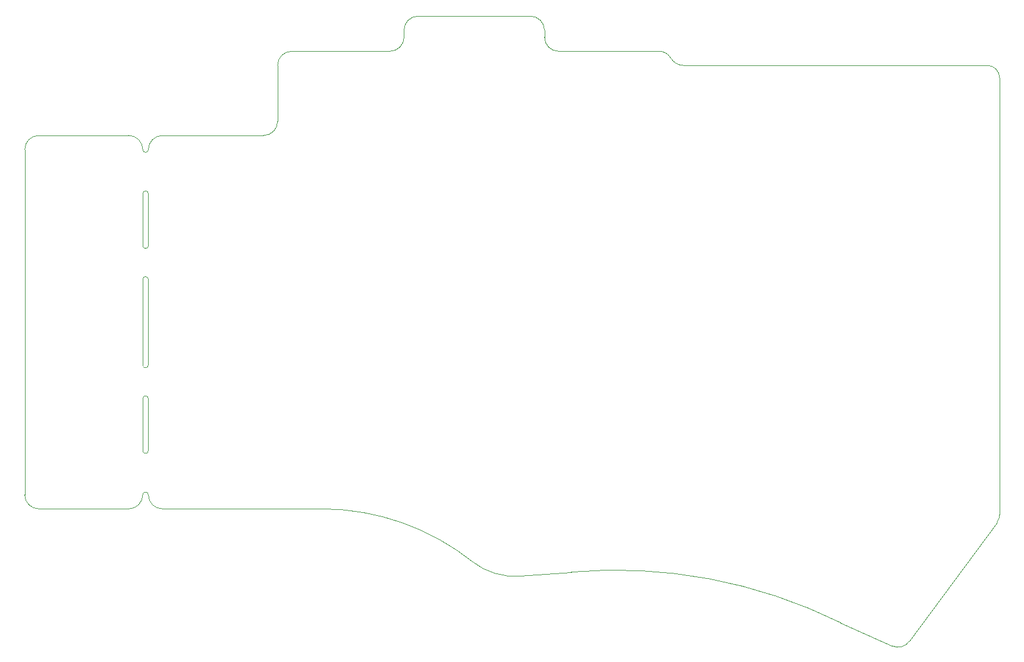
<source format=gm1>
%TF.GenerationSoftware,KiCad,Pcbnew,8.0.8*%
%TF.CreationDate,2025-05-22T15:24:10+02:00*%
%TF.ProjectId,keyboard_pcb,6b657962-6f61-4726-945f-7063622e6b69,rev1.0*%
%TF.SameCoordinates,Original*%
%TF.FileFunction,Profile,NP*%
%FSLAX46Y46*%
G04 Gerber Fmt 4.6, Leading zero omitted, Abs format (unit mm)*
G04 Created by KiCad (PCBNEW 8.0.8) date 2025-05-22 15:24:10*
%MOMM*%
%LPD*%
G01*
G04 APERTURE LIST*
%TA.AperFunction,Profile*%
%ADD10C,0.100000*%
%TD*%
G04 APERTURE END LIST*
D10*
X81600000Y-97900000D02*
X81600000Y-105300000D01*
X201000000Y-50400000D02*
G75*
G02*
X202800000Y-52200000I0J-1800000D01*
G01*
X98000000Y-60400000D02*
X83600000Y-60400000D01*
X100000000Y-50400000D02*
G75*
G02*
X102000000Y-48400000I2000000J0D01*
G01*
X83600000Y-113600000D02*
X106500000Y-113600000D01*
X189949999Y-132449999D02*
X202434044Y-115487896D01*
X134500000Y-123175000D02*
G75*
G02*
X127749986Y-121125018I-764700J9620000D01*
G01*
X118000000Y-45400000D02*
G75*
G02*
X120000000Y-43400000I2000000J0D01*
G01*
X78800000Y-60400000D02*
G75*
G02*
X80800000Y-62400000I0J-2000000D01*
G01*
X201000000Y-50400000D02*
X157750002Y-50399998D01*
X118000000Y-45400000D02*
X118000000Y-46400000D01*
X81600000Y-62400000D02*
G75*
G02*
X80800000Y-62400000I-400000J0D01*
G01*
X138000000Y-46400000D02*
X138000000Y-45400000D01*
X81600000Y-68700000D02*
X81600000Y-76100000D01*
X81600000Y-93100000D02*
G75*
G02*
X80800000Y-93100000I-400000J0D01*
G01*
X80800000Y-111600000D02*
G75*
G02*
X81600000Y-111600000I400000J0D01*
G01*
X81600000Y-76100000D02*
G75*
G02*
X80800000Y-76100000I-400000J0D01*
G01*
X80800000Y-111600000D02*
G75*
G02*
X78800000Y-113600000I-2000000J0D01*
G01*
X80800000Y-97900000D02*
X80800000Y-105300000D01*
X202800000Y-114400000D02*
G75*
G02*
X202434044Y-115487896I-1800000J0D01*
G01*
X100000000Y-50400000D02*
X100000000Y-58400000D01*
X80800000Y-68700000D02*
G75*
G02*
X81600000Y-68700000I400000J0D01*
G01*
X78800000Y-60400000D02*
X66000000Y-60400000D01*
X66000000Y-113600000D02*
X78800000Y-113600000D01*
X136000000Y-43400000D02*
G75*
G02*
X138000000Y-45400000I0J-2000000D01*
G01*
X118000000Y-46400000D02*
G75*
G02*
X116000000Y-48400000I-2000000J0D01*
G01*
X66000000Y-113600000D02*
G75*
G02*
X64000000Y-111600000I0J2000000D01*
G01*
X202800000Y-114400000D02*
X202800000Y-113200000D01*
X141800000Y-122600001D02*
X134500000Y-123175000D01*
X180129399Y-129800000D02*
X187513868Y-133121447D01*
X83600000Y-113600000D02*
G75*
G02*
X81600000Y-111600000I0J2000000D01*
G01*
X140000000Y-48400000D02*
G75*
G02*
X138000000Y-46400000I0J2000000D01*
G01*
X80800000Y-68700000D02*
X80800000Y-76100000D01*
X157750002Y-50399998D02*
G75*
G02*
X156000023Y-49399986I-2J2031198D01*
G01*
X64000000Y-62400000D02*
X64000000Y-111600000D01*
X80800000Y-97900000D02*
G75*
G02*
X81600000Y-97900000I400000J0D01*
G01*
X80800000Y-80900000D02*
X80800000Y-93100000D01*
X80800000Y-80900000D02*
G75*
G02*
X81600000Y-80900000I400000J0D01*
G01*
X136000000Y-43400000D02*
X120000000Y-43400000D01*
X64000000Y-62400000D02*
G75*
G02*
X66000000Y-60400000I2000000J0D01*
G01*
X106500000Y-113600001D02*
G75*
G02*
X127750001Y-121124999I-272750J-34536889D01*
G01*
X116000000Y-48400000D02*
X102000000Y-48400000D01*
X154300000Y-48400000D02*
G75*
G02*
X156000000Y-49400000I0J-1945000D01*
G01*
X81600000Y-80900000D02*
X81600000Y-93100000D01*
X202800000Y-113200000D02*
X202800000Y-52200000D01*
X81600000Y-105300000D02*
G75*
G02*
X80800000Y-105300000I-400000J0D01*
G01*
X100000000Y-58400000D02*
G75*
G02*
X98000000Y-60400000I-2000000J0D01*
G01*
X81600000Y-62400000D02*
G75*
G02*
X83600000Y-60400000I2000000J0D01*
G01*
X189949999Y-132449999D02*
G75*
G02*
X187513868Y-133121447I-1599999J1049999D01*
G01*
X154300000Y-48400000D02*
X140000000Y-48400000D01*
X141800000Y-122600001D02*
G75*
G02*
X180129399Y-129800000I6323930J-71958199D01*
G01*
M02*

</source>
